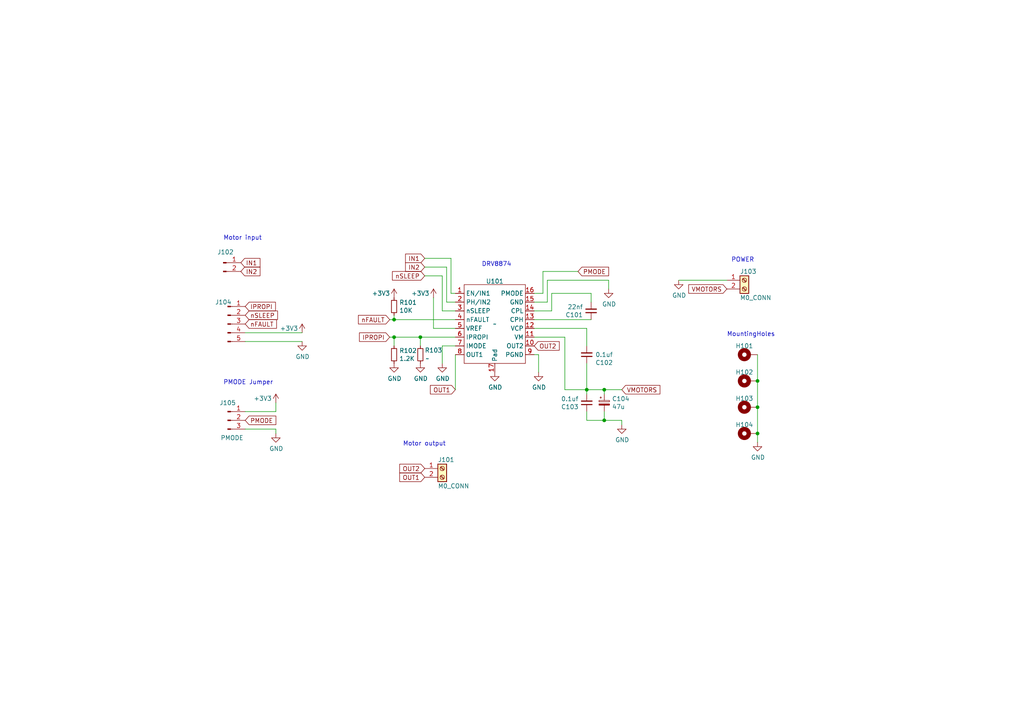
<source format=kicad_sch>
(kicad_sch (version 20230121) (generator eeschema)
  (paper "A4")
  (lib_symbols
    (symbol "Connector:Conn_01x02_Pin" (pin_names (offset 1.016) hide)
      (property "Reference" "J" (at 0 2.54 0))
      (property "Value" "Conn_01x02_Pin" (at 0 -5.08 0))
      (symbol "Conn_01x02_Pin_1_1"
        (polyline (pts (xy 1.27 -2.54) (xy 0.8636 -2.54)) (stroke (width 0.1524)))
        (polyline (pts (xy 1.27 0) (xy 0.8636 0)) (stroke (width 0.1524)))
        (rectangle (start 0.8636 -2.413) (end 0 -2.667) (stroke (width 0.1524)) (fill (type outline)))
        (rectangle (start 0.8636 0.127) (end 0 -0.127) (stroke (width 0.1524)) (fill (type outline)))
        (pin passive line (at 5.08 0 180) (length 3.81) (name "Pin_1") (number "1"))
        (pin passive line (at 5.08 -2.54 180) (length 3.81) (name "Pin_2") (number "2"))
      )
    )
    (symbol "Connector:Conn_01x03_Pin" (pin_names (offset 1.016) hide)
      (property "Reference" "J" (at 0 5.08 0))
      (property "Value" "Conn_01x03_Pin" (at 0 -5.08 0))
      (symbol "Conn_01x03_Pin_1_1"
        (polyline (pts (xy 1.27 -2.54) (xy 0.8636 -2.54)) (stroke (width 0.1524)))
        (polyline (pts (xy 1.27 0) (xy 0.8636 0)) (stroke (width 0.1524)))
        (polyline (pts (xy 1.27 2.54) (xy 0.8636 2.54)) (stroke (width 0.1524)))
        (rectangle (start 0.8636 -2.413) (end 0 -2.667) (stroke (width 0.1524)) (fill (type outline)))
        (rectangle (start 0.8636 0.127) (end 0 -0.127) (stroke (width 0.1524)) (fill (type outline)))
        (rectangle (start 0.8636 2.667) (end 0 2.413) (stroke (width 0.1524)) (fill (type outline)))
        (pin passive line (at 5.08 2.54 180) (length 3.81) (name "Pin_1") (number "1"))
        (pin passive line (at 5.08 0 180) (length 3.81) (name "Pin_2") (number "2"))
        (pin passive line (at 5.08 -2.54 180) (length 3.81) (name "Pin_3") (number "3"))
      )
    )
    (symbol "Connector:Conn_01x05_Pin" (pin_names (offset 1.016) hide)
      (property "Reference" "J" (at 0 7.62 0))
      (property "Value" "Conn_01x05_Pin" (at 0 -7.62 0))
      (symbol "Conn_01x05_Pin_1_1"
        (polyline (pts (xy 1.27 -5.08) (xy 0.8636 -5.08)) (stroke (width 0.1524)))
        (polyline (pts (xy 1.27 -2.54) (xy 0.8636 -2.54)) (stroke (width 0.1524)))
        (polyline (pts (xy 1.27 0) (xy 0.8636 0)) (stroke (width 0.1524)))
        (polyline (pts (xy 1.27 2.54) (xy 0.8636 2.54)) (stroke (width 0.1524)))
        (polyline (pts (xy 1.27 5.08) (xy 0.8636 5.08)) (stroke (width 0.1524)))
        (rectangle (start 0.8636 -4.953) (end 0 -5.207) (stroke (width 0.1524)) (fill (type outline)))
        (rectangle (start 0.8636 -2.413) (end 0 -2.667) (stroke (width 0.1524)) (fill (type outline)))
        (rectangle (start 0.8636 0.127) (end 0 -0.127) (stroke (width 0.1524)) (fill (type outline)))
        (rectangle (start 0.8636 2.667) (end 0 2.413) (stroke (width 0.1524)) (fill (type outline)))
        (rectangle (start 0.8636 5.207) (end 0 4.953) (stroke (width 0.1524)) (fill (type outline)))
        (pin passive line (at 5.08 5.08 180) (length 3.81) (name "Pin_1") (number "1"))
        (pin passive line (at 5.08 2.54 180) (length 3.81) (name "Pin_2") (number "2"))
        (pin passive line (at 5.08 0 180) (length 3.81) (name "Pin_3") (number "3"))
        (pin passive line (at 5.08 -2.54 180) (length 3.81) (name "Pin_4") (number "4"))
        (pin passive line (at 5.08 -5.08 180) (length 3.81) (name "Pin_5") (number "5"))
      )
    )
    (symbol "Connector:Screw_Terminal_01x02" (pin_names (offset 1.016) hide)
      (property "Reference" "J" (at 0 2.54 0))
      (property "Value" "Screw_Terminal_01x02" (at 0 -5.08 0))
      (symbol "Screw_Terminal_01x02_1_1"
        (rectangle (start -1.27 1.27) (end 1.27 -3.81) (stroke (width 0.254)) (fill (type background)))
        (circle (center 0 -2.54) (radius 0.635) (stroke (width 0.1524)))
        (polyline (pts (xy -0.5334 -2.2098) (xy 0.3302 -3.048)) (stroke (width 0.1524)))
        (polyline (pts (xy -0.5334 0.3302) (xy 0.3302 -0.508)) (stroke (width 0.1524)))
        (polyline (pts (xy -0.3556 -2.032) (xy 0.508 -2.8702)) (stroke (width 0.1524)))
        (polyline (pts (xy -0.3556 0.508) (xy 0.508 -0.3302)) (stroke (width 0.1524)))
        (circle (center 0 0) (radius 0.635) (stroke (width 0.1524)))
        (pin passive line (at -5.08 0 0) (length 3.81) (name "Pin_1") (number "1"))
        (pin passive line (at -5.08 -2.54 0) (length 3.81) (name "Pin_2") (number "2"))
      )
    )
    (symbol "Device:C_Small" (pin_numbers hide) (pin_names (offset 0.254) hide)
      (property "Reference" "C" (at 0.254 1.778 0))
      (property "Value" "C_Small" (at 0.254 -2.032 0))
      (symbol "C_Small_0_1"
        (polyline (pts (xy -1.524 -0.508) (xy 1.524 -0.508)) (stroke (width 0.3302)))
        (polyline (pts (xy -1.524 0.508) (xy 1.524 0.508)) (stroke (width 0.3048)))
      )
      (symbol "C_Small_1_1"
        (pin passive line (at 0 2.54 270) (length 2.032) (name "~") (number "1"))
        (pin passive line (at 0 -2.54 90) (length 2.032) (name "~") (number "2"))
      )
    )
    (symbol "Device:R_Small" (pin_numbers hide) (pin_names (offset 0.254) hide)
      (property "Reference" "R" (at 0.762 0.508 0))
      (property "Value" "R_Small" (at 0.762 -1.016 0))
      (symbol "R_Small_0_1"
        (rectangle (start -0.762 1.778) (end 0.762 -1.778) (stroke (width 0.2032)))
      )
      (symbol "R_Small_1_1"
        (pin passive line (at 0 2.54 270) (length 0.762) (name "~") (number "1"))
        (pin passive line (at 0 -2.54 90) (length 0.762) (name "~") (number "2"))
      )
    )
    (symbol "Mechanical:MountingHole_Pad" (pin_numbers hide) (pin_names (offset 1.016) hide)
      (property "Reference" "H" (at 0 6.35 0))
      (property "Value" "MountingHole_Pad" (at 0 4.445 0))
      (symbol "MountingHole_Pad_0_1"
        (circle (center 0 1.27) (radius 1.27) (stroke (width 1.27)))
      )
      (symbol "MountingHole_Pad_1_1"
        (pin input line (at 0 -2.54 90) (length 2.54) (name "1") (number "1"))
      )
    )
    (symbol "VsReality_Symbols:DRV8874"
      (property "Reference" "U101" (at 0 12.3919 0))
      (property "Value" "~" (at 0 0 0))
      (symbol "DRV8874_0_1"
        (rectangle (start -8.89 11.43) (end 8.89 -11.43))
      )
      (symbol "DRV8874_1_1"
        (pin input line (at -11.43 8.89 0) (length 2.54) (name "EN/IN1") (number "1"))
        (pin output line (at 11.43 -6.35 180) (length 2.54) (name "OUT2") (number "10"))
        (pin input line (at 11.43 -3.81 180) (length 2.54) (name "VM") (number "11"))
        (pin input line (at 11.43 -1.27 180) (length 2.54) (name "VCP") (number "12"))
        (pin input line (at 11.43 1.27 180) (length 2.54) (name "CPH") (number "13"))
        (pin input line (at 11.43 3.81 180) (length 2.54) (name "CPL") (number "14"))
        (pin output line (at 11.43 6.35 180) (length 2.54) (name "GND") (number "15"))
        (pin input line (at 11.43 8.89 180) (length 2.54) (name "PMODE") (number "16"))
        (pin input line (at 0 -13.97 90) (length 2.54) (name "Pad") (number "17"))
        (pin input line (at -11.43 6.35 0) (length 2.54) (name "PH/IN2") (number "2"))
        (pin input line (at -11.43 3.81 0) (length 2.54) (name "nSLEEP") (number "3"))
        (pin output line (at -11.43 1.27 0) (length 2.54) (name "nFAULT") (number "4"))
        (pin input line (at -11.43 -1.27 0) (length 2.54) (name "VREF") (number "5"))
        (pin output line (at -11.43 -3.81 0) (length 2.54) (name "IPROPI") (number "6"))
        (pin input line (at -11.43 -6.35 0) (length 2.54) (name "IMODE") (number "7"))
        (pin input line (at -11.43 -8.89 0) (length 2.54) (name "OUT1") (number "8"))
        (pin output line (at 11.43 -8.89 180) (length 2.54) (name "PGND") (number "9"))
      )
    )
    (symbol "power:GND" (power) (pin_names (offset 0))
      (property "Value" "GND" (at 0 -3.81 0))
      (symbol "GND_0_1"
        (polyline (pts (xy 0 0) (xy 0 -1.27) (xy 1.27 -1.27) (xy 0 -2.54) (xy -1.27 -1.27) (xy 0 -1.27)))
      )
      (symbol "GND_1_1"
        (pin power_in line (at 0 0 270) (length 0) hide (name "GND") (number "1"))
      )
    )
    (symbol "smart_motor_controller-rescue:+3.3V-power" (power) (pin_names (offset 0))
      (property "Value" "+3.3V-power" (at 0 3.556 0))
      (symbol "+3.3V-power_0_1"
        (polyline (pts (xy -0.762 1.27) (xy 0 2.54)))
        (polyline (pts (xy 0 0) (xy 0 2.54)))
        (polyline (pts (xy 0 2.54) (xy 0.762 1.27)))
      )
      (symbol "+3.3V-power_1_1"
        (pin power_in line (at 0 0 90) (length 0) hide (name "+3V3") (number "1"))
      )
    )
    (symbol "smart_motor_controller-rescue:CP_Small-Device" (pin_numbers hide) (pin_names (offset 0.254) hide)
      (property "Reference" "C" (at 0.254 1.778 0))
      (property "Value" "Device_CP_Small" (at 0.254 -2.032 0))
      (symbol "CP_Small-Device_0_1"
        (rectangle (start -1.524 -0.3048) (end 1.524 -0.6858) (fill (type outline)))
        (rectangle (start -1.524 0.6858) (end 1.524 0.3048))
        (polyline (pts (xy -1.27 1.524) (xy -0.762 1.524)))
        (polyline (pts (xy -1.016 1.27) (xy -1.016 1.778)))
      )
      (symbol "CP_Small-Device_1_1"
        (pin passive line (at 0 2.54 270) (length 1.8542) (name "~") (number "1"))
        (pin passive line (at 0 -2.54 90) (length 1.8542) (name "~") (number "2"))
      )
    )
  )
  (junction (at 114.3 97.79))
  (junction (at 175.26 113.03))
  (junction (at 170.18 113.03))
  (junction (at 121.92 97.79))
  (junction (at 219.71 125.73))
  (junction (at 114.3 92.71))
  (junction (at 175.26 121.92))
  (junction (at 219.71 110.49))
  (junction (at 219.71 118.11))
  (wire (pts (xy 123.19 77.47) (xy 129.54 77.47)))
  (wire (pts (xy 154.94 92.71) (xy 171.45 92.71)))
  (wire (pts (xy 170.18 95.25) (xy 170.18 100.33)))
  (wire (pts (xy 160.02 85.09) (xy 171.45 85.09)))
  (wire (pts (xy 170.18 121.92) (xy 170.18 119.38)))
  (wire (pts (xy 154.94 95.25) (xy 170.18 95.25)))
  (wire (pts (xy 113.03 97.79) (xy 114.3 97.79)))
  (wire (pts (xy 175.26 113.03) (xy 175.26 114.3)))
  (wire (pts (xy 132.08 100.33) (xy 128.27 100.33)))
  (wire (pts (xy 71.12 124.46) (xy 80.01 124.46)))
  (wire (pts (xy 160.02 90.17) (xy 160.02 85.09)))
  (wire (pts (xy 130.81 74.93) (xy 130.81 85.09)))
  (wire (pts (xy 71.12 96.52) (xy 87.63 96.52)))
  (wire (pts (xy 154.94 87.63) (xy 158.75 87.63)))
  (wire (pts (xy 125.73 86.36) (xy 125.73 95.25)))
  (wire (pts (xy 154.94 90.17) (xy 160.02 90.17)))
  (wire (pts (xy 128.27 90.17) (xy 132.08 90.17)))
  (wire (pts (xy 219.71 125.73) (xy 219.71 128.27)))
  (wire (pts (xy 80.01 116.84) (xy 80.01 119.38)))
  (wire (pts (xy 219.71 110.49) (xy 219.71 118.11)))
  (wire (pts (xy 167.64 78.74) (xy 157.48 78.74)))
  (wire (pts (xy 158.75 87.63) (xy 158.75 81.28)))
  (wire (pts (xy 219.71 118.11) (xy 219.71 125.73)))
  (wire (pts (xy 163.83 113.03) (xy 163.83 97.79)))
  (wire (pts (xy 163.83 97.79) (xy 154.94 97.79)))
  (wire (pts (xy 154.94 102.87) (xy 156.21 102.87)))
  (wire (pts (xy 130.81 85.09) (xy 132.08 85.09)))
  (wire (pts (xy 170.18 105.41) (xy 170.18 113.03)))
  (wire (pts (xy 158.75 81.28) (xy 176.53 81.28)))
  (wire (pts (xy 71.12 99.06) (xy 87.63 99.06)))
  (wire (pts (xy 80.01 124.46) (xy 80.01 125.73)))
  (wire (pts (xy 156.21 102.87) (xy 156.21 107.95)))
  (wire (pts (xy 123.19 80.01) (xy 128.27 80.01)))
  (wire (pts (xy 175.26 119.38) (xy 175.26 121.92)))
  (wire (pts (xy 132.08 95.25) (xy 125.73 95.25)))
  (wire (pts (xy 132.08 102.87) (xy 132.08 113.03)))
  (wire (pts (xy 157.48 85.09) (xy 154.94 85.09)))
  (wire (pts (xy 163.83 113.03) (xy 170.18 113.03)))
  (wire (pts (xy 219.71 102.87) (xy 219.71 110.49)))
  (wire (pts (xy 121.92 97.79) (xy 132.08 97.79)))
  (wire (pts (xy 170.18 113.03) (xy 175.26 113.03)))
  (wire (pts (xy 128.27 80.01) (xy 128.27 90.17)))
  (wire (pts (xy 175.26 113.03) (xy 180.34 113.03)))
  (wire (pts (xy 170.18 121.92) (xy 175.26 121.92)))
  (wire (pts (xy 114.3 97.79) (xy 114.3 100.33)))
  (wire (pts (xy 80.01 119.38) (xy 71.12 119.38)))
  (wire (pts (xy 196.85 81.28) (xy 210.82 81.28)))
  (wire (pts (xy 113.03 92.71) (xy 114.3 92.71)))
  (wire (pts (xy 128.27 100.33) (xy 128.27 105.41)))
  (wire (pts (xy 114.3 91.44) (xy 114.3 92.71)))
  (wire (pts (xy 121.92 97.79) (xy 121.92 100.33)))
  (wire (pts (xy 114.3 92.71) (xy 132.08 92.71)))
  (wire (pts (xy 175.26 121.92) (xy 180.34 121.92)))
  (wire (pts (xy 129.54 87.63) (xy 132.08 87.63)))
  (wire (pts (xy 176.53 81.28) (xy 176.53 83.82)))
  (wire (pts (xy 170.18 113.03) (xy 170.18 114.3)))
  (wire (pts (xy 114.3 97.79) (xy 121.92 97.79)))
  (wire (pts (xy 157.48 78.74) (xy 157.48 85.09)))
  (wire (pts (xy 180.34 121.92) (xy 180.34 123.19)))
  (wire (pts (xy 123.19 74.93) (xy 130.81 74.93)))
  (wire (pts (xy 129.54 77.47) (xy 129.54 87.63)))
  (wire (pts (xy 171.45 85.09) (xy 171.45 87.63)))
  (text "Motor output" (at 116.84 129.54 0) (effects (font (size 1.27 1.27)) (justify left bottom)))
  (text "DRV8874" (at 139.7 77.47 0) (effects (font (size 1.27 1.27)) (justify left bottom)))
  (text "MountingHoles" (at 210.82 97.79 0) (effects (font (size 1.27 1.27)) (justify left bottom)))
  (text "POWER" (at 212.09 76.2 0) (effects (font (size 1.27 1.27)) (justify left bottom)))
  (text "Motor input" (at 64.77 69.85 0) (effects (font (size 1.27 1.27)) (justify left bottom)))
  (text "PMODE Jumper" (at 64.77 111.76 0) (effects (font (size 1.27 1.27)) (justify left bottom)))
  (global_label "IN1" (shape input) (at 123.19 74.93 180) (property "Intersheetrefs" "${INTERSHEET_REFS}" (effects hide)))
  (global_label "OUT2" (shape input) (at 123.19 135.89 180) (property "Intersheetrefs" "${INTERSHEET_REFS}" (effects hide)))
  (global_label "PMODE" (shape input) (at 167.64 78.74 0) (property "Intersheetrefs" "${INTERSHEET_REFS}" (effects hide)))
  (global_label "IN1" (shape input) (at 69.85 76.2 0) (property "Intersheetrefs" "${INTERSHEET_REFS}" (effects hide)))
  (global_label "nFAULT" (shape input) (at 71.12 93.98 0) (property "Intersheetrefs" "${INTERSHEET_REFS}" (effects hide)))
  (global_label "IN2" (shape input) (at 123.19 77.47 180) (property "Intersheetrefs" "${INTERSHEET_REFS}" (effects hide)))
  (global_label "OUT1" (shape input) (at 123.19 138.43 180) (property "Intersheetrefs" "${INTERSHEET_REFS}" (effects hide)))
  (global_label "nFAULT" (shape input) (at 113.03 92.71 180) (property "Intersheetrefs" "${INTERSHEET_REFS}" (effects hide)))
  (global_label "OUT1" (shape input) (at 132.08 113.03 180) (property "Intersheetrefs" "${INTERSHEET_REFS}" (effects hide)))
  (global_label "VMOTORS" (shape input) (at 210.82 83.82 180) (property "Intersheetrefs" "${INTERSHEET_REFS}" (effects hide)))
  (global_label "IPROPI" (shape input) (at 113.03 97.79 180) (property "Intersheetrefs" "${INTERSHEET_REFS}" (effects hide)))
  (global_label "nSLEEP" (shape input) (at 123.19 80.01 180) (property "Intersheetrefs" "${INTERSHEET_REFS}" (effects hide)))
  (global_label "IPROPI" (shape input) (at 71.12 88.9 0) (property "Intersheetrefs" "${INTERSHEET_REFS}" (effects hide)))
  (global_label "VMOTORS" (shape input) (at 180.34 113.03 0) (property "Intersheetrefs" "${INTERSHEET_REFS}" (effects hide)))
  (global_label "OUT2" (shape input) (at 154.94 100.33 0) (property "Intersheetrefs" "${INTERSHEET_REFS}" (effects hide)))
  (global_label "PMODE" (shape input) (at 71.12 121.92 0) (property "Intersheetrefs" "${INTERSHEET_REFS}" (effects hide)))
  (global_label "nSLEEP" (shape input) (at 71.12 91.44 0) (property "Intersheetrefs" "${INTERSHEET_REFS}" (effects hide)))
  (global_label "IN2" (shape input) (at 69.85 78.74 0) (property "Intersheetrefs" "${INTERSHEET_REFS}" (effects hide)))
  (symbol (lib_id "power:GND") (at 143.51 107.95 0) (unit 1)
    (property "Reference" "#PWR0110" (effects hide))
    (property "Value" "GND" (at 143.637 112.3442 0))
  )
  (symbol (lib_id "power:GND") (at 156.21 107.95 0) (unit 1)
    (property "Reference" "#PWR0107" (effects hide))
    (property "Value" "GND" (at 156.337 112.3442 0))
  )
  (symbol (lib_id "Mechanical:MountingHole_Pad") (at 217.17 102.87 90) (unit 1)
    (property "Reference" "H101" (at 215.9 100.33 90))
    (property "Value" "MountingHole" (effects hide))
    (property "Footprint" "MountingHole:MountingHole_3.2mm_M3_DIN965_Pad" (effects hide))
    (property "LCSC Part #" "No need" (effects hide))
  )
  (symbol (lib_id "Device:R_Small") (at 114.3 102.87 0) (unit 1)
    (property "Reference" "R102" (at 115.7986 101.7016 0) (effects (justify left)))
    (property "Value" "1.2K" (at 115.7986 104.013 0) (effects (justify left)))
    (property "Footprint" "Resistor_SMD:R_0603_1608Metric" (effects hide))
    (property "LCSC Part #" "C114605" (effects hide))
  )
  (symbol (lib_id "power:GND") (at 219.71 128.27 0) (unit 1)
    (property "Reference" "#PWR0112" (effects hide))
    (property "Value" "GND" (at 219.837 132.6642 0))
  )
  (symbol (lib_id "Connector:Conn_01x02_Pin") (at 64.77 76.2 0) (unit 1)
    (property "Reference" "J102" (at 65.405 73.1139 0))
    (property "Value" "Conn_01x02_Pin" (effects hide))
    (property "Footprint" "Connector_PinHeader_2.54mm:PinHeader_1x02_P2.54mm_Vertical" (effects hide))
    (property "LCSC Part #" "In stock" (effects hide))
  )
  (symbol (lib_id "smart_motor_controller-rescue:+3.3V-power") (at 80.01 116.84 0) (unit 1)
    (property "Reference" "#PWR0113" (effects hide))
    (property "Value" "+3.3V" (at 76.2 115.57 0))
  )
  (symbol (lib_id "power:GND") (at 128.27 105.41 0) (unit 1)
    (property "Reference" "#PWR0106" (effects hide))
    (property "Value" "GND" (at 128.397 109.8042 0))
  )
  (symbol (lib_id "power:GND") (at 87.63 99.06 0) (unit 1)
    (property "Reference" "#PWR0101" (effects hide))
    (property "Value" "GND" (at 87.757 103.4542 0))
  )
  (symbol (lib_id "Connector:Conn_01x05_Pin") (at 66.04 93.98 0) (unit 1)
    (property "Reference" "J104" (at 64.77 87.63 0))
    (property "Value" "Conn_01x06_Pin" (effects hide))
    (property "Footprint" "Connector_PinHeader_2.54mm:PinHeader_1x05_P2.54mm_Vertical" (effects hide))
    (property "LCSC Part #" "In stock" (effects hide))
  )
  (symbol (lib_id "power:GND") (at 176.53 83.82 0) (unit 1)
    (property "Reference" "#PWR0102" (effects hide))
    (property "Value" "GND" (at 176.657 88.2142 0))
  )
  (symbol (lib_id "power:GND") (at 114.3 105.41 0) (unit 1)
    (property "Reference" "#PWR0105" (effects hide))
    (property "Value" "GND" (at 114.427 109.8042 0))
  )
  (symbol (lib_id "power:GND") (at 80.01 125.73 0) (unit 1)
    (property "Reference" "#PWR0114" (effects hide))
    (property "Value" "GND" (at 80.137 130.1242 0))
  )
  (symbol (lib_id "smart_motor_controller-rescue:+3.3V-power") (at 125.73 86.36 0) (unit 1)
    (property "Reference" "#PWR0104" (effects hide))
    (property "Value" "+3.3V" (at 121.92 85.09 0))
  )
  (symbol (lib_id "VsReality_Symbols:DRV8874") (at 143.51 93.98 0) (unit 1)
    (property "Reference" "U101" (at 143.51 81.5881 0))
    (property "Value" "~" (at 143.51 93.98 0))
    (property "Footprint" "Package_SO:HTSSOP-16-1EP_4.4x5mm_P0.65mm_EP3.4x5mm_Mask2.46x2.31mm_ThermalVias" (effects hide))
    (property "LCSC Part #" "C1855818" (effects hide))
  )
  (symbol (lib_id "Device:R_Small") (at 114.3 88.9 0) (unit 1)
    (property "Reference" "R101" (at 115.7986 87.7316 0) (effects (justify left)))
    (property "Value" "10K" (at 115.7986 90.043 0) (effects (justify left)))
    (property "Footprint" "Resistor_SMD:R_0603_1608Metric" (effects hide))
    (property "LCSC Part #" "C116677" (effects hide))
  )
  (symbol (lib_id "Mechanical:MountingHole_Pad") (at 217.17 125.73 90) (unit 1)
    (property "Reference" "H104" (at 215.9 123.19 90))
    (property "Value" "MountingHole" (effects hide))
    (property "Footprint" "MountingHole:MountingHole_3.2mm_M3_DIN965_Pad" (effects hide))
    (property "LCSC Part #" "No need" (effects hide))
  )
  (symbol (lib_id "smart_motor_controller-rescue:+3.3V-power") (at 114.3 86.36 0) (unit 1)
    (property "Reference" "#PWR0103" (effects hide))
    (property "Value" "+3.3V" (at 110.49 85.09 0))
  )
  (symbol (lib_id "power:GND") (at 196.85 81.28 0) (unit 1)
    (property "Reference" "#PWR0109" (effects hide))
    (property "Value" "GND" (at 196.977 85.6742 0))
  )
  (symbol (lib_id "Connector:Screw_Terminal_01x02") (at 215.9 81.28 0) (unit 1)
    (property "Reference" "J103" (at 214.63 78.74 0) (effects (justify left)))
    (property "Value" "M0_CONN" (at 214.63 86.36 0) (effects (justify left)))
    (property "Footprint" "VsReality_Footprints:JILN JL126-50002G01" (effects hide))
    (property "LCSC Part #" "C394556" (effects hide))
  )
  (symbol (lib_id "Device:C_Small") (at 171.45 90.17 180) (unit 1)
    (property "Reference" "C101" (at 169.1132 91.3384 0) (effects (justify left)))
    (property "Value" "22nf" (at 169.1132 89.027 0) (effects (justify left)))
    (property "Footprint" "Capacitor_SMD:C_0603_1608Metric" (effects hide))
    (property "LCSC Part #" "C277528" (effects hide))
  )
  (symbol (lib_id "smart_motor_controller-rescue:CP_Small-Device") (at 175.26 116.84 0) (unit 1)
    (property "Reference" "C104" (at 177.4952 115.6716 0) (effects (justify left)))
    (property "Value" "47u" (at 177.4952 117.983 0) (effects (justify left)))
    (property "Footprint" "Capacitor_THT:CP_Radial_D5.0mm_P2.00mm" (effects hide))
    (property "LCSC Part #" "In stock" (effects hide))
  )
  (symbol (lib_id "Mechanical:MountingHole_Pad") (at 217.17 110.49 90) (unit 1)
    (property "Reference" "H102" (at 215.9 107.95 90))
    (property "Value" "MountingHole" (effects hide))
    (property "Footprint" "MountingHole:MountingHole_3.2mm_M3_DIN965_Pad" (effects hide))
    (property "LCSC Part #" "No need" (effects hide))
  )
  (symbol (lib_id "Connector:Screw_Terminal_01x02") (at 128.27 135.89 0) (unit 1)
    (property "Reference" "J101" (at 127 133.35 0) (effects (justify left)))
    (property "Value" "M0_CONN" (at 127 140.97 0) (effects (justify left)))
    (property "Footprint" "VsReality_Footprints:JILN JL126-50002G01" (effects hide))
    (property "LCSC Part #" "C394556" (effects hide))
  )
  (symbol (lib_id "power:GND") (at 121.92 105.41 0) (unit 1)
    (property "Reference" "#PWR0115" (effects hide))
    (property "Value" "GND" (at 122.047 109.8042 0))
  )
  (symbol (lib_id "Device:C_Small") (at 170.18 116.84 180) (unit 1)
    (property "Reference" "C103" (at 167.8432 118.0084 0) (effects (justify left)))
    (property "Value" "0.1uf" (at 167.8432 115.697 0) (effects (justify left)))
    (property "Footprint" "Capacitor_SMD:C_0603_1608Metric" (effects hide))
    (property "LCSC Part #" "C14663" (effects hide))
  )
  (symbol (lib_id "Device:R_Small") (at 121.92 102.87 0) (unit 1)
    (property "Reference" "R103" (at 123.19 101.6 0) (effects (justify left)))
    (property "Value" "~" (at 123.4186 104.013 0) (effects (justify left)))
    (property "Footprint" "Resistor_THT:R_Axial_DIN0204_L3.6mm_D1.6mm_P5.08mm_Horizontal" (effects hide))
    (property "LCSC Part #" "C114605" (effects hide))
  )
  (symbol (lib_id "smart_motor_controller-rescue:+3.3V-power") (at 87.63 96.52 0) (unit 1)
    (property "Reference" "#PWR0111" (effects hide))
    (property "Value" "+3.3V" (at 83.82 95.25 0))
  )
  (symbol (lib_id "Connector:Conn_01x03_Pin") (at 66.04 121.92 0) (unit 1)
    (property "Reference" "J105" (at 66.04 116.84 0))
    (property "Value" "PMODE" (at 67.31 127 0))
    (property "Footprint" "Connector_PinHeader_2.54mm:PinHeader_1x03_P2.54mm_Vertical" (effects hide))
    (property "LCSC Part #" "In stock" (effects hide))
  )
  (symbol (lib_id "Mechanical:MountingHole_Pad") (at 217.17 118.11 90) (unit 1)
    (property "Reference" "H103" (at 215.9 115.57 90))
    (property "Value" "MountingHole" (effects hide))
    (property "Footprint" "MountingHole:MountingHole_3.2mm_M3_DIN965_Pad" (effects hide))
    (property "LCSC Part #" "No need" (effects hide))
  )
  (symbol (lib_id "power:GND") (at 180.34 123.19 0) (unit 1)
    (property "Reference" "#PWR0108" (effects hide))
    (property "Value" "GND" (at 180.467 127.5842 0))
  )
  (symbol (lib_id "Device:C_Small") (at 170.18 102.87 180) (unit 1)
    (property "Reference" "C102" (at 177.8 105.1814 0) (effects (justify left)))
    (property "Value" "0.1uf" (at 177.8 102.87 0) (effects (justify left)))
    (property "Footprint" "Capacitor_SMD:C_0603_1608Metric" (effects hide))
    (property "LCSC Part #" "C14663" (effects hide))
  )
)
</source>
